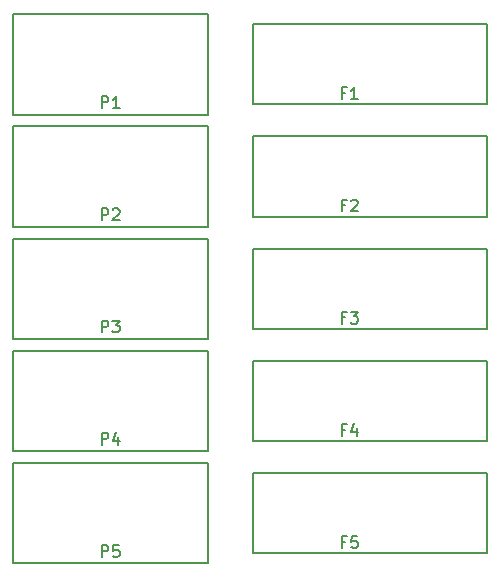
<source format=gto>
G04 #@! TF.FileFunction,Legend,Top*
%FSLAX46Y46*%
G04 Gerber Fmt 4.6, Leading zero omitted, Abs format (unit mm)*
G04 Created by KiCad (PCBNEW 4.0.4+e1-6308~48~ubuntu16.04.1-stable) date Wed Oct 19 23:12:46 2016*
%MOMM*%
%LPD*%
G01*
G04 APERTURE LIST*
%ADD10C,0.100000*%
%ADD11C,0.150000*%
G04 APERTURE END LIST*
D10*
D11*
X141750000Y-70000000D02*
X158250000Y-70000000D01*
X158250000Y-70000000D02*
X158250000Y-78500000D01*
X158250000Y-78500000D02*
X141750000Y-78500000D01*
X141750000Y-78500000D02*
X141750000Y-70000000D01*
X141750000Y-79500000D02*
X158250000Y-79500000D01*
X158250000Y-79500000D02*
X158250000Y-88000000D01*
X158250000Y-88000000D02*
X141750000Y-88000000D01*
X141750000Y-88000000D02*
X141750000Y-79500000D01*
X141750000Y-89000000D02*
X158250000Y-89000000D01*
X158250000Y-89000000D02*
X158250000Y-97500000D01*
X158250000Y-97500000D02*
X141750000Y-97500000D01*
X141750000Y-97500000D02*
X141750000Y-89000000D01*
X141750000Y-98500000D02*
X158250000Y-98500000D01*
X158250000Y-98500000D02*
X158250000Y-107000000D01*
X158250000Y-107000000D02*
X141750000Y-107000000D01*
X141750000Y-107000000D02*
X141750000Y-98500000D01*
X141750000Y-108000000D02*
X158250000Y-108000000D01*
X158250000Y-108000000D02*
X158250000Y-116500000D01*
X158250000Y-116500000D02*
X141750000Y-116500000D01*
X141750000Y-116500000D02*
X141750000Y-108000000D01*
X162100000Y-77650000D02*
X162100000Y-70850000D01*
X162100000Y-70850000D02*
X181900000Y-70850000D01*
X181900000Y-70850000D02*
X181900000Y-77650000D01*
X181900000Y-77650000D02*
X162100000Y-77650000D01*
X162100000Y-87150000D02*
X162100000Y-80350000D01*
X162100000Y-80350000D02*
X181900000Y-80350000D01*
X181900000Y-80350000D02*
X181900000Y-87150000D01*
X181900000Y-87150000D02*
X162100000Y-87150000D01*
X162100000Y-96650000D02*
X162100000Y-89850000D01*
X162100000Y-89850000D02*
X181900000Y-89850000D01*
X181900000Y-89850000D02*
X181900000Y-96650000D01*
X181900000Y-96650000D02*
X162100000Y-96650000D01*
X162100000Y-106150000D02*
X162100000Y-99350000D01*
X162100000Y-99350000D02*
X181900000Y-99350000D01*
X181900000Y-99350000D02*
X181900000Y-106150000D01*
X181900000Y-106150000D02*
X162100000Y-106150000D01*
X162100000Y-115650000D02*
X162100000Y-108850000D01*
X162100000Y-108850000D02*
X181900000Y-108850000D01*
X181900000Y-108850000D02*
X181900000Y-115650000D01*
X181900000Y-115650000D02*
X162100000Y-115650000D01*
X149261905Y-77952381D02*
X149261905Y-76952381D01*
X149642858Y-76952381D01*
X149738096Y-77000000D01*
X149785715Y-77047619D01*
X149833334Y-77142857D01*
X149833334Y-77285714D01*
X149785715Y-77380952D01*
X149738096Y-77428571D01*
X149642858Y-77476190D01*
X149261905Y-77476190D01*
X150785715Y-77952381D02*
X150214286Y-77952381D01*
X150500000Y-77952381D02*
X150500000Y-76952381D01*
X150404762Y-77095238D01*
X150309524Y-77190476D01*
X150214286Y-77238095D01*
X149261905Y-87452381D02*
X149261905Y-86452381D01*
X149642858Y-86452381D01*
X149738096Y-86500000D01*
X149785715Y-86547619D01*
X149833334Y-86642857D01*
X149833334Y-86785714D01*
X149785715Y-86880952D01*
X149738096Y-86928571D01*
X149642858Y-86976190D01*
X149261905Y-86976190D01*
X150214286Y-86547619D02*
X150261905Y-86500000D01*
X150357143Y-86452381D01*
X150595239Y-86452381D01*
X150690477Y-86500000D01*
X150738096Y-86547619D01*
X150785715Y-86642857D01*
X150785715Y-86738095D01*
X150738096Y-86880952D01*
X150166667Y-87452381D01*
X150785715Y-87452381D01*
X149261905Y-96952381D02*
X149261905Y-95952381D01*
X149642858Y-95952381D01*
X149738096Y-96000000D01*
X149785715Y-96047619D01*
X149833334Y-96142857D01*
X149833334Y-96285714D01*
X149785715Y-96380952D01*
X149738096Y-96428571D01*
X149642858Y-96476190D01*
X149261905Y-96476190D01*
X150166667Y-95952381D02*
X150785715Y-95952381D01*
X150452381Y-96333333D01*
X150595239Y-96333333D01*
X150690477Y-96380952D01*
X150738096Y-96428571D01*
X150785715Y-96523810D01*
X150785715Y-96761905D01*
X150738096Y-96857143D01*
X150690477Y-96904762D01*
X150595239Y-96952381D01*
X150309524Y-96952381D01*
X150214286Y-96904762D01*
X150166667Y-96857143D01*
X149261905Y-106452381D02*
X149261905Y-105452381D01*
X149642858Y-105452381D01*
X149738096Y-105500000D01*
X149785715Y-105547619D01*
X149833334Y-105642857D01*
X149833334Y-105785714D01*
X149785715Y-105880952D01*
X149738096Y-105928571D01*
X149642858Y-105976190D01*
X149261905Y-105976190D01*
X150690477Y-105785714D02*
X150690477Y-106452381D01*
X150452381Y-105404762D02*
X150214286Y-106119048D01*
X150833334Y-106119048D01*
X149261905Y-115952381D02*
X149261905Y-114952381D01*
X149642858Y-114952381D01*
X149738096Y-115000000D01*
X149785715Y-115047619D01*
X149833334Y-115142857D01*
X149833334Y-115285714D01*
X149785715Y-115380952D01*
X149738096Y-115428571D01*
X149642858Y-115476190D01*
X149261905Y-115476190D01*
X150738096Y-114952381D02*
X150261905Y-114952381D01*
X150214286Y-115428571D01*
X150261905Y-115380952D01*
X150357143Y-115333333D01*
X150595239Y-115333333D01*
X150690477Y-115380952D01*
X150738096Y-115428571D01*
X150785715Y-115523810D01*
X150785715Y-115761905D01*
X150738096Y-115857143D01*
X150690477Y-115904762D01*
X150595239Y-115952381D01*
X150357143Y-115952381D01*
X150261905Y-115904762D01*
X150214286Y-115857143D01*
X169916667Y-76678571D02*
X169583333Y-76678571D01*
X169583333Y-77202381D02*
X169583333Y-76202381D01*
X170059524Y-76202381D01*
X170964286Y-77202381D02*
X170392857Y-77202381D01*
X170678571Y-77202381D02*
X170678571Y-76202381D01*
X170583333Y-76345238D01*
X170488095Y-76440476D01*
X170392857Y-76488095D01*
X169916667Y-86178571D02*
X169583333Y-86178571D01*
X169583333Y-86702381D02*
X169583333Y-85702381D01*
X170059524Y-85702381D01*
X170392857Y-85797619D02*
X170440476Y-85750000D01*
X170535714Y-85702381D01*
X170773810Y-85702381D01*
X170869048Y-85750000D01*
X170916667Y-85797619D01*
X170964286Y-85892857D01*
X170964286Y-85988095D01*
X170916667Y-86130952D01*
X170345238Y-86702381D01*
X170964286Y-86702381D01*
X169916667Y-95678571D02*
X169583333Y-95678571D01*
X169583333Y-96202381D02*
X169583333Y-95202381D01*
X170059524Y-95202381D01*
X170345238Y-95202381D02*
X170964286Y-95202381D01*
X170630952Y-95583333D01*
X170773810Y-95583333D01*
X170869048Y-95630952D01*
X170916667Y-95678571D01*
X170964286Y-95773810D01*
X170964286Y-96011905D01*
X170916667Y-96107143D01*
X170869048Y-96154762D01*
X170773810Y-96202381D01*
X170488095Y-96202381D01*
X170392857Y-96154762D01*
X170345238Y-96107143D01*
X169916667Y-105178571D02*
X169583333Y-105178571D01*
X169583333Y-105702381D02*
X169583333Y-104702381D01*
X170059524Y-104702381D01*
X170869048Y-105035714D02*
X170869048Y-105702381D01*
X170630952Y-104654762D02*
X170392857Y-105369048D01*
X171011905Y-105369048D01*
X169916667Y-114678571D02*
X169583333Y-114678571D01*
X169583333Y-115202381D02*
X169583333Y-114202381D01*
X170059524Y-114202381D01*
X170916667Y-114202381D02*
X170440476Y-114202381D01*
X170392857Y-114678571D01*
X170440476Y-114630952D01*
X170535714Y-114583333D01*
X170773810Y-114583333D01*
X170869048Y-114630952D01*
X170916667Y-114678571D01*
X170964286Y-114773810D01*
X170964286Y-115011905D01*
X170916667Y-115107143D01*
X170869048Y-115154762D01*
X170773810Y-115202381D01*
X170535714Y-115202381D01*
X170440476Y-115154762D01*
X170392857Y-115107143D01*
M02*

</source>
